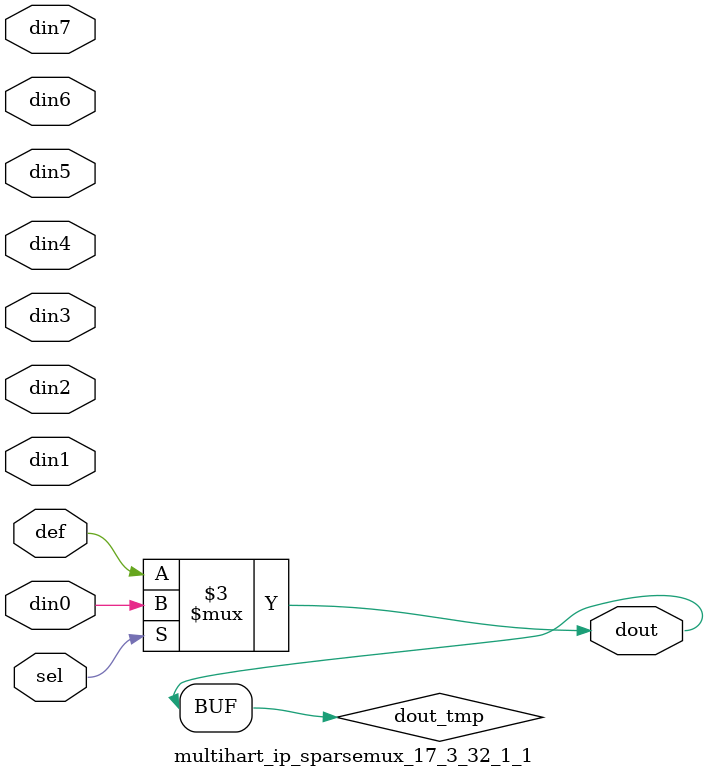
<source format=v>
`timescale 1ns / 1ps

module multihart_ip_sparsemux_17_3_32_1_1 (din0,din1,din2,din3,din4,din5,din6,din7,def,sel,dout);

parameter din0_WIDTH = 1;

parameter din1_WIDTH = 1;

parameter din2_WIDTH = 1;

parameter din3_WIDTH = 1;

parameter din4_WIDTH = 1;

parameter din5_WIDTH = 1;

parameter din6_WIDTH = 1;

parameter din7_WIDTH = 1;

parameter def_WIDTH = 1;
parameter sel_WIDTH = 1;
parameter dout_WIDTH = 1;

parameter [sel_WIDTH-1:0] CASE0 = 1;

parameter [sel_WIDTH-1:0] CASE1 = 1;

parameter [sel_WIDTH-1:0] CASE2 = 1;

parameter [sel_WIDTH-1:0] CASE3 = 1;

parameter [sel_WIDTH-1:0] CASE4 = 1;

parameter [sel_WIDTH-1:0] CASE5 = 1;

parameter [sel_WIDTH-1:0] CASE6 = 1;

parameter [sel_WIDTH-1:0] CASE7 = 1;

parameter ID = 1;
parameter NUM_STAGE = 1;



input [din0_WIDTH-1:0] din0;

input [din1_WIDTH-1:0] din1;

input [din2_WIDTH-1:0] din2;

input [din3_WIDTH-1:0] din3;

input [din4_WIDTH-1:0] din4;

input [din5_WIDTH-1:0] din5;

input [din6_WIDTH-1:0] din6;

input [din7_WIDTH-1:0] din7;

input [def_WIDTH-1:0] def;
input [sel_WIDTH-1:0] sel;

output [dout_WIDTH-1:0] dout;



reg [dout_WIDTH-1:0] dout_tmp;


always @ (*) begin
(* parallel_case *) case (sel)
    
    CASE0 : dout_tmp = din0;
    
    CASE1 : dout_tmp = din1;
    
    CASE2 : dout_tmp = din2;
    
    CASE3 : dout_tmp = din3;
    
    CASE4 : dout_tmp = din4;
    
    CASE5 : dout_tmp = din5;
    
    CASE6 : dout_tmp = din6;
    
    CASE7 : dout_tmp = din7;
    
    default : dout_tmp = def;
endcase
end


assign dout = dout_tmp;



endmodule

</source>
